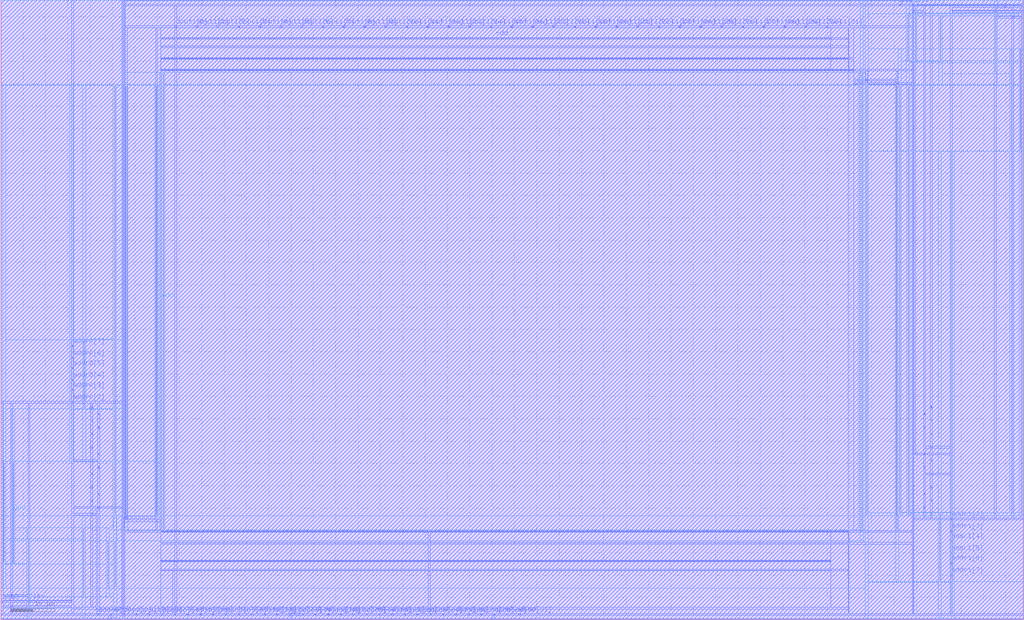
<source format=lef>
VERSION 5.4 ;
NAMESCASESENSITIVE ON ;
BUSBITCHARS "[]" ;
DIVIDERCHAR "/" ;
UNITS
  DATABASE MICRONS 2000 ;
END UNITS
MACRO Ram_256_words
   CLASS BLOCK ;
   SIZE 229.045 BY 138.785 ;
   SYMMETRY X Y R90 ;
   PIN din0[0]
      DIRECTION INPUT ;
      PORT
         LAYER metal3 ;
         RECT  27.485 1.105 27.62 1.24 ;
      END
   END din0[0]
   PIN din0[1]
      DIRECTION INPUT ;
      PORT
         LAYER metal3 ;
         RECT  30.345 1.105 30.48 1.24 ;
      END
   END din0[1]
   PIN din0[2]
      DIRECTION INPUT ;
      PORT
         LAYER metal3 ;
         RECT  33.205 1.105 33.34 1.24 ;
      END
   END din0[2]
   PIN din0[3]
      DIRECTION INPUT ;
      PORT
         LAYER metal3 ;
         RECT  36.065 1.105 36.2 1.24 ;
      END
   END din0[3]
   PIN din0[4]
      DIRECTION INPUT ;
      PORT
         LAYER metal3 ;
         RECT  38.925 1.105 39.06 1.24 ;
      END
   END din0[4]
   PIN din0[5]
      DIRECTION INPUT ;
      PORT
         LAYER metal3 ;
         RECT  41.785 1.105 41.92 1.24 ;
      END
   END din0[5]
   PIN din0[6]
      DIRECTION INPUT ;
      PORT
         LAYER metal3 ;
         RECT  44.645 1.105 44.78 1.24 ;
      END
   END din0[6]
   PIN din0[7]
      DIRECTION INPUT ;
      PORT
         LAYER metal3 ;
         RECT  47.505 1.105 47.64 1.24 ;
      END
   END din0[7]
   PIN din0[8]
      DIRECTION INPUT ;
      PORT
         LAYER metal3 ;
         RECT  50.365 1.105 50.5 1.24 ;
      END
   END din0[8]
   PIN din0[9]
      DIRECTION INPUT ;
      PORT
         LAYER metal3 ;
         RECT  53.225 1.105 53.36 1.24 ;
      END
   END din0[9]
   PIN din0[10]
      DIRECTION INPUT ;
      PORT
         LAYER metal3 ;
         RECT  56.085 1.105 56.22 1.24 ;
      END
   END din0[10]
   PIN din0[11]
      DIRECTION INPUT ;
      PORT
         LAYER metal3 ;
         RECT  58.945 1.105 59.08 1.24 ;
      END
   END din0[11]
   PIN din0[12]
      DIRECTION INPUT ;
      PORT
         LAYER metal3 ;
         RECT  61.805 1.105 61.94 1.24 ;
      END
   END din0[12]
   PIN din0[13]
      DIRECTION INPUT ;
      PORT
         LAYER metal3 ;
         RECT  64.665 1.105 64.8 1.24 ;
      END
   END din0[13]
   PIN din0[14]
      DIRECTION INPUT ;
      PORT
         LAYER metal3 ;
         RECT  67.525 1.105 67.66 1.24 ;
      END
   END din0[14]
   PIN din0[15]
      DIRECTION INPUT ;
      PORT
         LAYER metal3 ;
         RECT  70.385 1.105 70.52 1.24 ;
      END
   END din0[15]
   PIN din0[16]
      DIRECTION INPUT ;
      PORT
         LAYER metal3 ;
         RECT  73.245 1.105 73.38 1.24 ;
      END
   END din0[16]
   PIN din0[17]
      DIRECTION INPUT ;
      PORT
         LAYER metal3 ;
         RECT  76.105 1.105 76.24 1.24 ;
      END
   END din0[17]
   PIN din0[18]
      DIRECTION INPUT ;
      PORT
         LAYER metal3 ;
         RECT  78.965 1.105 79.1 1.24 ;
      END
   END din0[18]
   PIN din0[19]
      DIRECTION INPUT ;
      PORT
         LAYER metal3 ;
         RECT  81.825 1.105 81.96 1.24 ;
      END
   END din0[19]
   PIN din0[20]
      DIRECTION INPUT ;
      PORT
         LAYER metal3 ;
         RECT  84.685 1.105 84.82 1.24 ;
      END
   END din0[20]
   PIN din0[21]
      DIRECTION INPUT ;
      PORT
         LAYER metal3 ;
         RECT  87.545 1.105 87.68 1.24 ;
      END
   END din0[21]
   PIN din0[22]
      DIRECTION INPUT ;
      PORT
         LAYER metal3 ;
         RECT  90.405 1.105 90.54 1.24 ;
      END
   END din0[22]
   PIN din0[23]
      DIRECTION INPUT ;
      PORT
         LAYER metal3 ;
         RECT  93.265 1.105 93.4 1.24 ;
      END
   END din0[23]
   PIN din0[24]
      DIRECTION INPUT ;
      PORT
         LAYER metal3 ;
         RECT  96.125 1.105 96.26 1.24 ;
      END
   END din0[24]
   PIN din0[25]
      DIRECTION INPUT ;
      PORT
         LAYER metal3 ;
         RECT  98.985 1.105 99.12 1.24 ;
      END
   END din0[25]
   PIN din0[26]
      DIRECTION INPUT ;
      PORT
         LAYER metal3 ;
         RECT  101.845 1.105 101.98 1.24 ;
      END
   END din0[26]
   PIN din0[27]
      DIRECTION INPUT ;
      PORT
         LAYER metal3 ;
         RECT  104.705 1.105 104.84 1.24 ;
      END
   END din0[27]
   PIN din0[28]
      DIRECTION INPUT ;
      PORT
         LAYER metal3 ;
         RECT  107.565 1.105 107.7 1.24 ;
      END
   END din0[28]
   PIN din0[29]
      DIRECTION INPUT ;
      PORT
         LAYER metal3 ;
         RECT  110.425 1.105 110.56 1.24 ;
      END
   END din0[29]
   PIN din0[30]
      DIRECTION INPUT ;
      PORT
         LAYER metal3 ;
         RECT  113.285 1.105 113.42 1.24 ;
      END
   END din0[30]
   PIN din0[31]
      DIRECTION INPUT ;
      PORT
         LAYER metal3 ;
         RECT  116.145 1.105 116.28 1.24 ;
      END
   END din0[31]
   PIN addr0[0]
      DIRECTION INPUT ;
      PORT
         LAYER metal3 ;
         RECT  21.765 1.105 21.9 1.24 ;
      END
   END addr0[0]
   PIN addr0[1]
      DIRECTION INPUT ;
      PORT
         LAYER metal3 ;
         RECT  24.625 1.105 24.76 1.24 ;
      END
   END addr0[1]
   PIN addr0[2]
      DIRECTION INPUT ;
      PORT
         LAYER metal3 ;
         RECT  16.045 48.6 16.18 48.735 ;
      END
   END addr0[2]
   PIN addr0[3]
      DIRECTION INPUT ;
      PORT
         LAYER metal3 ;
         RECT  16.045 51.33 16.18 51.465 ;
      END
   END addr0[3]
   PIN addr0[4]
      DIRECTION INPUT ;
      PORT
         LAYER metal3 ;
         RECT  16.045 53.54 16.18 53.675 ;
      END
   END addr0[4]
   PIN addr0[5]
      DIRECTION INPUT ;
      PORT
         LAYER metal3 ;
         RECT  16.045 56.27 16.18 56.405 ;
      END
   END addr0[5]
   PIN addr0[6]
      DIRECTION INPUT ;
      PORT
         LAYER metal3 ;
         RECT  16.045 58.48 16.18 58.615 ;
      END
   END addr0[6]
   PIN addr0[7]
      DIRECTION INPUT ;
      PORT
         LAYER metal3 ;
         RECT  16.045 61.21 16.18 61.345 ;
      END
   END addr0[7]
   PIN addr1[0]
      DIRECTION INPUT ;
      PORT
         LAYER metal3 ;
         RECT  204.145 137.545 204.28 137.68 ;
      END
   END addr1[0]
   PIN addr1[1]
      DIRECTION INPUT ;
      PORT
         LAYER metal3 ;
         RECT  201.285 137.545 201.42 137.68 ;
      END
   END addr1[1]
   PIN addr1[2]
      DIRECTION INPUT ;
      PORT
         LAYER metal3 ;
         RECT  212.725 22.47 212.86 22.605 ;
      END
   END addr1[2]
   PIN addr1[3]
      DIRECTION INPUT ;
      PORT
         LAYER metal3 ;
         RECT  212.725 19.74 212.86 19.875 ;
      END
   END addr1[3]
   PIN addr1[4]
      DIRECTION INPUT ;
      PORT
         LAYER metal3 ;
         RECT  212.725 17.53 212.86 17.665 ;
      END
   END addr1[4]
   PIN addr1[5]
      DIRECTION INPUT ;
      PORT
         LAYER metal3 ;
         RECT  212.725 14.8 212.86 14.935 ;
      END
   END addr1[5]
   PIN addr1[6]
      DIRECTION INPUT ;
      PORT
         LAYER metal3 ;
         RECT  212.725 12.59 212.86 12.725 ;
      END
   END addr1[6]
   PIN addr1[7]
      DIRECTION INPUT ;
      PORT
         LAYER metal3 ;
         RECT  212.725 9.86 212.86 9.995 ;
      END
   END addr1[7]
   PIN csb0
      DIRECTION INPUT ;
      PORT
         LAYER metal3 ;
         RECT  0.285 4.01 0.42 4.145 ;
      END
   END csb0
   PIN csb1
      DIRECTION INPUT ;
      PORT
         LAYER metal3 ;
         RECT  228.625 136.17 228.76 136.305 ;
      END
   END csb1
   PIN clk0
      DIRECTION INPUT ;
      PORT
         LAYER metal3 ;
         RECT  6.2475 4.095 6.3825 4.23 ;
      END
   END clk0
   PIN clk1
      DIRECTION INPUT ;
      PORT
         LAYER metal3 ;
         RECT  222.5225 136.085 222.6575 136.22 ;
      END
   END clk1
   PIN dout1[0]
      DIRECTION OUTPUT ;
      PORT
         LAYER metal3 ;
         RECT  39.1225 132.6775 39.2575 132.8125 ;
      END
   END dout1[0]
   PIN dout1[1]
      DIRECTION OUTPUT ;
      PORT
         LAYER metal3 ;
         RECT  43.8225 132.6775 43.9575 132.8125 ;
      END
   END dout1[1]
   PIN dout1[2]
      DIRECTION OUTPUT ;
      PORT
         LAYER metal3 ;
         RECT  48.5225 132.6775 48.6575 132.8125 ;
      END
   END dout1[2]
   PIN dout1[3]
      DIRECTION OUTPUT ;
      PORT
         LAYER metal3 ;
         RECT  53.2225 132.6775 53.3575 132.8125 ;
      END
   END dout1[3]
   PIN dout1[4]
      DIRECTION OUTPUT ;
      PORT
         LAYER metal3 ;
         RECT  57.9225 132.6775 58.0575 132.8125 ;
      END
   END dout1[4]
   PIN dout1[5]
      DIRECTION OUTPUT ;
      PORT
         LAYER metal3 ;
         RECT  62.6225 132.6775 62.7575 132.8125 ;
      END
   END dout1[5]
   PIN dout1[6]
      DIRECTION OUTPUT ;
      PORT
         LAYER metal3 ;
         RECT  67.3225 132.6775 67.4575 132.8125 ;
      END
   END dout1[6]
   PIN dout1[7]
      DIRECTION OUTPUT ;
      PORT
         LAYER metal3 ;
         RECT  72.0225 132.6775 72.1575 132.8125 ;
      END
   END dout1[7]
   PIN dout1[8]
      DIRECTION OUTPUT ;
      PORT
         LAYER metal3 ;
         RECT  76.7225 132.6775 76.8575 132.8125 ;
      END
   END dout1[8]
   PIN dout1[9]
      DIRECTION OUTPUT ;
      PORT
         LAYER metal3 ;
         RECT  81.4225 132.6775 81.5575 132.8125 ;
      END
   END dout1[9]
   PIN dout1[10]
      DIRECTION OUTPUT ;
      PORT
         LAYER metal3 ;
         RECT  86.1225 132.6775 86.2575 132.8125 ;
      END
   END dout1[10]
   PIN dout1[11]
      DIRECTION OUTPUT ;
      PORT
         LAYER metal3 ;
         RECT  90.8225 132.6775 90.9575 132.8125 ;
      END
   END dout1[11]
   PIN dout1[12]
      DIRECTION OUTPUT ;
      PORT
         LAYER metal3 ;
         RECT  95.5225 132.6775 95.6575 132.8125 ;
      END
   END dout1[12]
   PIN dout1[13]
      DIRECTION OUTPUT ;
      PORT
         LAYER metal3 ;
         RECT  100.2225 132.6775 100.3575 132.8125 ;
      END
   END dout1[13]
   PIN dout1[14]
      DIRECTION OUTPUT ;
      PORT
         LAYER metal3 ;
         RECT  104.9225 132.6775 105.0575 132.8125 ;
      END
   END dout1[14]
   PIN dout1[15]
      DIRECTION OUTPUT ;
      PORT
         LAYER metal3 ;
         RECT  109.6225 132.6775 109.7575 132.8125 ;
      END
   END dout1[15]
   PIN dout1[16]
      DIRECTION OUTPUT ;
      PORT
         LAYER metal3 ;
         RECT  114.3225 132.6775 114.4575 132.8125 ;
      END
   END dout1[16]
   PIN dout1[17]
      DIRECTION OUTPUT ;
      PORT
         LAYER metal3 ;
         RECT  119.0225 132.6775 119.1575 132.8125 ;
      END
   END dout1[17]
   PIN dout1[18]
      DIRECTION OUTPUT ;
      PORT
         LAYER metal3 ;
         RECT  123.7225 132.6775 123.8575 132.8125 ;
      END
   END dout1[18]
   PIN dout1[19]
      DIRECTION OUTPUT ;
      PORT
         LAYER metal3 ;
         RECT  128.4225 132.6775 128.5575 132.8125 ;
      END
   END dout1[19]
   PIN dout1[20]
      DIRECTION OUTPUT ;
      PORT
         LAYER metal3 ;
         RECT  133.1225 132.6775 133.2575 132.8125 ;
      END
   END dout1[20]
   PIN dout1[21]
      DIRECTION OUTPUT ;
      PORT
         LAYER metal3 ;
         RECT  137.8225 132.6775 137.9575 132.8125 ;
      END
   END dout1[21]
   PIN dout1[22]
      DIRECTION OUTPUT ;
      PORT
         LAYER metal3 ;
         RECT  142.5225 132.6775 142.6575 132.8125 ;
      END
   END dout1[22]
   PIN dout1[23]
      DIRECTION OUTPUT ;
      PORT
         LAYER metal3 ;
         RECT  147.2225 132.6775 147.3575 132.8125 ;
      END
   END dout1[23]
   PIN dout1[24]
      DIRECTION OUTPUT ;
      PORT
         LAYER metal3 ;
         RECT  151.9225 132.6775 152.0575 132.8125 ;
      END
   END dout1[24]
   PIN dout1[25]
      DIRECTION OUTPUT ;
      PORT
         LAYER metal3 ;
         RECT  156.6225 132.6775 156.7575 132.8125 ;
      END
   END dout1[25]
   PIN dout1[26]
      DIRECTION OUTPUT ;
      PORT
         LAYER metal3 ;
         RECT  161.3225 132.6775 161.4575 132.8125 ;
      END
   END dout1[26]
   PIN dout1[27]
      DIRECTION OUTPUT ;
      PORT
         LAYER metal3 ;
         RECT  166.0225 132.6775 166.1575 132.8125 ;
      END
   END dout1[27]
   PIN dout1[28]
      DIRECTION OUTPUT ;
      PORT
         LAYER metal3 ;
         RECT  170.7225 132.6775 170.8575 132.8125 ;
      END
   END dout1[28]
   PIN dout1[29]
      DIRECTION OUTPUT ;
      PORT
         LAYER metal3 ;
         RECT  175.4225 132.6775 175.5575 132.8125 ;
      END
   END dout1[29]
   PIN dout1[30]
      DIRECTION OUTPUT ;
      PORT
         LAYER metal3 ;
         RECT  180.1225 132.6775 180.2575 132.8125 ;
      END
   END dout1[30]
   PIN dout1[31]
      DIRECTION OUTPUT ;
      PORT
         LAYER metal3 ;
         RECT  184.8225 132.6775 184.9575 132.8125 ;
      END
   END dout1[31]
   PIN vdd
      DIRECTION INOUT ;
      USE POWER ; 
      SHAPE ABUTMENT ; 
      PORT
         LAYER metal3 ;
         RECT  21.8625 25.07 21.9975 25.205 ;
         LAYER metal3 ;
         RECT  35.9375 19.7075 189.6225 19.7775 ;
         LAYER metal3 ;
         RECT  35.9375 123.0075 190.7975 123.0775 ;
         LAYER metal3 ;
         RECT  21.8625 34.04 21.9975 34.175 ;
         LAYER metal3 ;
         RECT  200.54 119.9625 200.675 120.0975 ;
         LAYER metal3 ;
         RECT  34.7925 22.08 34.9275 22.215 ;
         LAYER metal3 ;
         RECT  95.8425 2.47 95.9775 2.605 ;
         LAYER metal4 ;
         RECT  193.78 23.5725 193.92 119.3925 ;
         LAYER metal4 ;
         RECT  228.2175 105.1625 228.3575 127.565 ;
         LAYER metal3 ;
         RECT  206.7125 37.03 206.8475 37.165 ;
         LAYER metal3 ;
         RECT  50.0825 2.47 50.2175 2.605 ;
         LAYER metal3 ;
         RECT  206.7125 34.04 206.8475 34.175 ;
         LAYER metal4 ;
         RECT  25.57 7.365 25.71 17.385 ;
         LAYER metal4 ;
         RECT  213.005 8.7525 213.145 23.7125 ;
         LAYER metal3 ;
         RECT  204.4275 136.18 204.5625 136.315 ;
         LAYER metal3 ;
         RECT  2.425 5.375 2.56 5.51 ;
         LAYER metal3 ;
         RECT  206.7125 43.01 206.8475 43.145 ;
         LAYER metal3 ;
         RECT  27.2025 2.47 27.3375 2.605 ;
         LAYER metal4 ;
         RECT  34.79 23.5725 34.93 119.3925 ;
         LAYER metal3 ;
         RECT  226.485 134.805 226.62 134.94 ;
         LAYER metal3 ;
         RECT  72.9625 2.47 73.0975 2.605 ;
         LAYER metal3 ;
         RECT  28.035 22.8675 28.17 23.0025 ;
         LAYER metal3 ;
         RECT  84.4025 2.47 84.5375 2.605 ;
         LAYER metal4 ;
         RECT  201.155 23.5725 201.295 119.4625 ;
         LAYER metal3 ;
         RECT  21.8625 37.03 21.9975 37.165 ;
         LAYER metal3 ;
         RECT  21.4825 2.47 21.6175 2.605 ;
         LAYER metal4 ;
         RECT  0.6875 12.75 0.8275 35.1525 ;
         LAYER metal3 ;
         RECT  61.5225 2.47 61.6575 2.605 ;
         LAYER metal3 ;
         RECT  193.7825 120.75 193.9175 120.885 ;
         LAYER metal3 ;
         RECT  35.9375 11.0575 185.6275 11.1275 ;
         LAYER metal3 ;
         RECT  21.8625 43.01 21.9975 43.145 ;
         LAYER metal3 ;
         RECT  206.7125 28.06 206.8475 28.195 ;
         LAYER metal4 ;
         RECT  27.415 23.5725 27.555 119.4625 ;
         LAYER metal3 ;
         RECT  21.8625 28.06 21.9975 28.195 ;
         LAYER metal4 ;
         RECT  203.0 125.4 203.14 135.42 ;
         LAYER metal3 ;
         RECT  21.8625 46.0 21.9975 46.135 ;
         LAYER metal4 ;
         RECT  18.48 5.3725 18.62 20.3325 ;
         LAYER metal3 ;
         RECT  206.7125 46.0 206.8475 46.135 ;
         LAYER metal4 ;
         RECT  192.7 20.4025 192.84 122.3125 ;
         LAYER metal4 ;
         RECT  210.285 124.9225 210.425 134.9425 ;
         LAYER metal3 ;
         RECT  206.7125 25.07 206.8475 25.205 ;
         LAYER metal4 ;
         RECT  15.76 47.4925 15.9 62.4525 ;
         LAYER metal3 ;
         RECT  107.2825 2.47 107.4175 2.605 ;
         LAYER metal3 ;
         RECT  38.6425 2.47 38.7775 2.605 ;
         LAYER metal3 ;
         RECT  35.9375 130.12 185.6275 130.19 ;
         LAYER metal4 ;
         RECT  35.87 20.4025 36.01 122.3125 ;
      END
   END vdd
   PIN gnd
      DIRECTION INOUT ;
      USE GROUND ; 
      SHAPE ABUTMENT ; 
      PORT
         LAYER metal4 ;
         RECT  192.24 20.4025 192.38 122.3125 ;
         LAYER metal3 ;
         RECT  20.335 35.535 20.47 35.67 ;
         LAYER metal4 ;
         RECT  25.48 23.54 25.62 119.4625 ;
         LAYER metal3 ;
         RECT  208.24 38.525 208.375 38.66 ;
         LAYER metal4 ;
         RECT  226.155 105.13 226.295 127.5325 ;
         LAYER metal3 ;
         RECT  110.1425 0.0 110.2775 0.135 ;
         LAYER metal3 ;
         RECT  208.24 47.495 208.375 47.63 ;
         LAYER metal3 ;
         RECT  208.24 32.545 208.375 32.68 ;
         LAYER metal3 ;
         RECT  35.9375 13.1075 185.6275 13.1775 ;
         LAYER metal4 ;
         RECT  18.62 47.4275 18.76 62.5175 ;
         LAYER metal3 ;
         RECT  30.0625 0.0 30.1975 0.135 ;
         LAYER metal3 ;
         RECT  87.2625 0.0 87.3975 0.135 ;
         LAYER metal3 ;
         RECT  41.5025 0.0 41.6375 0.135 ;
         LAYER metal3 ;
         RECT  208.24 35.535 208.375 35.67 ;
         LAYER metal3 ;
         RECT  20.335 47.495 20.47 47.63 ;
         LAYER metal4 ;
         RECT  204.6625 125.3325 204.8025 135.4875 ;
         LAYER metal3 ;
         RECT  98.7025 0.0 98.8375 0.135 ;
         LAYER metal3 ;
         RECT  208.24 26.565 208.375 26.7 ;
         LAYER metal3 ;
         RECT  24.3425 0.0 24.4775 0.135 ;
         LAYER metal4 ;
         RECT  210.145 8.6875 210.285 23.7775 ;
         LAYER metal3 ;
         RECT  35.9375 128.2275 185.6625 128.2975 ;
         LAYER metal3 ;
         RECT  20.335 32.545 20.47 32.68 ;
         LAYER metal3 ;
         RECT  208.24 23.575 208.375 23.71 ;
         LAYER metal3 ;
         RECT  20.335 38.525 20.47 38.66 ;
         LAYER metal3 ;
         RECT  208.24 29.555 208.375 29.69 ;
         LAYER metal3 ;
         RECT  75.8225 0.0 75.9575 0.135 ;
         LAYER metal3 ;
         RECT  20.335 29.555 20.47 29.69 ;
         LAYER metal3 ;
         RECT  201.5675 138.65 201.7025 138.785 ;
         LAYER metal3 ;
         RECT  208.24 41.515 208.375 41.65 ;
         LAYER metal4 ;
         RECT  200.595 23.54 200.735 119.425 ;
         LAYER metal3 ;
         RECT  35.9375 125.6275 189.655 125.6975 ;
         LAYER metal4 ;
         RECT  36.33 20.4025 36.47 122.3125 ;
         LAYER metal3 ;
         RECT  2.425 2.905 2.56 3.04 ;
         LAYER metal3 ;
         RECT  52.9425 0.0 53.0775 0.135 ;
         LAYER metal3 ;
         RECT  20.335 44.505 20.47 44.64 ;
         LAYER metal4 ;
         RECT  27.975 23.54 28.115 119.425 ;
         LAYER metal4 ;
         RECT  222.66 122.4525 222.8 137.4125 ;
         LAYER metal4 ;
         RECT  203.09 23.54 203.23 119.4625 ;
         LAYER metal4 ;
         RECT  23.9075 7.2975 24.0475 17.4525 ;
         LAYER metal4 ;
         RECT  6.105 2.9025 6.245 17.8625 ;
         LAYER metal3 ;
         RECT  20.335 41.515 20.47 41.65 ;
         LAYER metal3 ;
         RECT  208.24 44.505 208.375 44.64 ;
         LAYER metal3 ;
         RECT  35.9375 17.0875 189.655 17.1575 ;
         LAYER metal4 ;
         RECT  2.75 12.7825 2.89 35.185 ;
         LAYER metal3 ;
         RECT  226.485 137.275 226.62 137.41 ;
         LAYER metal3 ;
         RECT  20.335 23.575 20.47 23.71 ;
         LAYER metal3 ;
         RECT  20.335 26.565 20.47 26.7 ;
         LAYER metal3 ;
         RECT  64.3825 0.0 64.5175 0.135 ;
      END
   END gnd
   OBS
   LAYER  metal1 ;
      RECT  0.14 0.14 228.905 138.645 ;
   LAYER  metal2 ;
      RECT  0.14 0.14 228.905 138.645 ;
   LAYER  metal3 ;
      RECT  27.345 0.14 27.76 0.965 ;
      RECT  27.76 0.965 30.205 1.38 ;
      RECT  30.62 0.965 33.065 1.38 ;
      RECT  33.48 0.965 35.925 1.38 ;
      RECT  36.34 0.965 38.785 1.38 ;
      RECT  39.2 0.965 41.645 1.38 ;
      RECT  42.06 0.965 44.505 1.38 ;
      RECT  44.92 0.965 47.365 1.38 ;
      RECT  47.78 0.965 50.225 1.38 ;
      RECT  50.64 0.965 53.085 1.38 ;
      RECT  53.5 0.965 55.945 1.38 ;
      RECT  56.36 0.965 58.805 1.38 ;
      RECT  59.22 0.965 61.665 1.38 ;
      RECT  62.08 0.965 64.525 1.38 ;
      RECT  64.94 0.965 67.385 1.38 ;
      RECT  67.8 0.965 70.245 1.38 ;
      RECT  70.66 0.965 73.105 1.38 ;
      RECT  73.52 0.965 75.965 1.38 ;
      RECT  76.38 0.965 78.825 1.38 ;
      RECT  79.24 0.965 81.685 1.38 ;
      RECT  82.1 0.965 84.545 1.38 ;
      RECT  84.96 0.965 87.405 1.38 ;
      RECT  87.82 0.965 90.265 1.38 ;
      RECT  90.68 0.965 93.125 1.38 ;
      RECT  93.54 0.965 95.985 1.38 ;
      RECT  96.4 0.965 98.845 1.38 ;
      RECT  99.26 0.965 101.705 1.38 ;
      RECT  102.12 0.965 104.565 1.38 ;
      RECT  104.98 0.965 107.425 1.38 ;
      RECT  107.84 0.965 110.285 1.38 ;
      RECT  110.7 0.965 113.145 1.38 ;
      RECT  113.56 0.965 116.005 1.38 ;
      RECT  116.42 0.965 228.905 1.38 ;
      RECT  0.14 0.965 21.625 1.38 ;
      RECT  22.04 0.965 24.485 1.38 ;
      RECT  24.9 0.965 27.345 1.38 ;
      RECT  0.14 48.46 15.905 48.875 ;
      RECT  0.14 48.875 15.905 138.645 ;
      RECT  15.905 1.38 16.32 48.46 ;
      RECT  16.32 48.46 27.345 48.875 ;
      RECT  16.32 48.875 27.345 138.645 ;
      RECT  15.905 48.875 16.32 51.19 ;
      RECT  15.905 51.605 16.32 53.4 ;
      RECT  15.905 53.815 16.32 56.13 ;
      RECT  15.905 56.545 16.32 58.34 ;
      RECT  15.905 58.755 16.32 61.07 ;
      RECT  15.905 61.485 16.32 138.645 ;
      RECT  204.005 137.82 204.42 138.645 ;
      RECT  204.42 137.82 228.905 138.645 ;
      RECT  27.76 137.405 201.145 137.82 ;
      RECT  201.56 137.405 204.005 137.82 ;
      RECT  204.42 1.38 212.585 22.33 ;
      RECT  204.42 22.33 212.585 22.745 ;
      RECT  212.585 22.745 213.0 137.405 ;
      RECT  213.0 1.38 228.905 22.33 ;
      RECT  213.0 22.33 228.905 22.745 ;
      RECT  212.585 20.015 213.0 22.33 ;
      RECT  212.585 17.805 213.0 19.6 ;
      RECT  212.585 15.075 213.0 17.39 ;
      RECT  212.585 12.865 213.0 14.66 ;
      RECT  212.585 1.38 213.0 9.72 ;
      RECT  212.585 10.135 213.0 12.45 ;
      RECT  0.14 1.38 0.145 3.87 ;
      RECT  0.14 3.87 0.145 4.285 ;
      RECT  0.14 4.285 0.145 48.46 ;
      RECT  0.145 1.38 0.56 3.87 ;
      RECT  0.145 4.285 0.56 48.46 ;
      RECT  228.485 22.745 228.9 136.03 ;
      RECT  228.485 136.445 228.9 137.405 ;
      RECT  228.9 22.745 228.905 136.03 ;
      RECT  228.9 136.03 228.905 136.445 ;
      RECT  228.9 136.445 228.905 137.405 ;
      RECT  0.56 3.87 6.1075 3.955 ;
      RECT  0.56 3.955 6.1075 4.285 ;
      RECT  6.1075 3.87 6.5225 3.955 ;
      RECT  6.5225 3.87 15.905 3.955 ;
      RECT  6.5225 3.955 15.905 4.285 ;
      RECT  0.56 4.285 6.1075 4.37 ;
      RECT  6.1075 4.37 6.5225 48.46 ;
      RECT  6.5225 4.285 15.905 4.37 ;
      RECT  6.5225 4.37 15.905 48.46 ;
      RECT  213.0 22.745 222.3825 135.945 ;
      RECT  213.0 135.945 222.3825 136.03 ;
      RECT  222.3825 22.745 222.7975 135.945 ;
      RECT  222.7975 135.945 228.485 136.03 ;
      RECT  213.0 136.03 222.3825 136.36 ;
      RECT  213.0 136.36 222.3825 136.445 ;
      RECT  222.3825 136.36 222.7975 136.445 ;
      RECT  222.7975 136.03 228.485 136.36 ;
      RECT  222.7975 136.36 228.485 136.445 ;
      RECT  27.76 132.5375 38.9825 132.9525 ;
      RECT  27.76 132.9525 38.9825 137.405 ;
      RECT  38.9825 132.9525 39.3975 137.405 ;
      RECT  39.3975 132.9525 204.005 137.405 ;
      RECT  39.3975 132.5375 43.6825 132.9525 ;
      RECT  44.0975 132.5375 48.3825 132.9525 ;
      RECT  48.7975 132.5375 53.0825 132.9525 ;
      RECT  53.4975 132.5375 57.7825 132.9525 ;
      RECT  58.1975 132.5375 62.4825 132.9525 ;
      RECT  62.8975 132.5375 67.1825 132.9525 ;
      RECT  67.5975 132.5375 71.8825 132.9525 ;
      RECT  72.2975 132.5375 76.5825 132.9525 ;
      RECT  76.9975 132.5375 81.2825 132.9525 ;
      RECT  81.6975 132.5375 85.9825 132.9525 ;
      RECT  86.3975 132.5375 90.6825 132.9525 ;
      RECT  91.0975 132.5375 95.3825 132.9525 ;
      RECT  95.7975 132.5375 100.0825 132.9525 ;
      RECT  100.4975 132.5375 104.7825 132.9525 ;
      RECT  105.1975 132.5375 109.4825 132.9525 ;
      RECT  109.8975 132.5375 114.1825 132.9525 ;
      RECT  114.5975 132.5375 118.8825 132.9525 ;
      RECT  119.2975 132.5375 123.5825 132.9525 ;
      RECT  123.9975 132.5375 128.2825 132.9525 ;
      RECT  128.6975 132.5375 132.9825 132.9525 ;
      RECT  133.3975 132.5375 137.6825 132.9525 ;
      RECT  138.0975 132.5375 142.3825 132.9525 ;
      RECT  142.7975 132.5375 147.0825 132.9525 ;
      RECT  147.4975 132.5375 151.7825 132.9525 ;
      RECT  152.1975 132.5375 156.4825 132.9525 ;
      RECT  156.8975 132.5375 161.1825 132.9525 ;
      RECT  161.5975 132.5375 165.8825 132.9525 ;
      RECT  166.2975 132.5375 170.5825 132.9525 ;
      RECT  170.9975 132.5375 175.2825 132.9525 ;
      RECT  175.6975 132.5375 179.9825 132.9525 ;
      RECT  180.3975 132.5375 184.6825 132.9525 ;
      RECT  185.0975 132.5375 204.005 132.9525 ;
      RECT  16.32 24.93 21.7225 25.345 ;
      RECT  22.1375 24.93 27.345 25.345 ;
      RECT  22.1375 25.345 27.345 48.46 ;
      RECT  27.76 1.38 35.7975 19.5675 ;
      RECT  27.76 19.5675 35.7975 19.9175 ;
      RECT  189.7625 19.5675 204.005 19.9175 ;
      RECT  35.7975 19.9175 38.9825 122.8675 ;
      RECT  38.9825 19.9175 39.3975 122.8675 ;
      RECT  39.3975 19.9175 189.7625 122.8675 ;
      RECT  189.7625 19.9175 190.9375 122.8675 ;
      RECT  190.9375 122.8675 204.005 123.2175 ;
      RECT  190.9375 123.2175 204.005 132.5375 ;
      RECT  190.9375 19.9175 200.4 119.8225 ;
      RECT  190.9375 119.8225 200.4 120.2375 ;
      RECT  200.4 19.9175 200.815 119.8225 ;
      RECT  200.4 120.2375 200.815 122.8675 ;
      RECT  200.815 19.9175 204.005 119.8225 ;
      RECT  200.815 119.8225 204.005 120.2375 ;
      RECT  200.815 120.2375 204.005 122.8675 ;
      RECT  27.76 19.9175 34.6525 21.94 ;
      RECT  27.76 21.94 34.6525 22.355 ;
      RECT  34.6525 19.9175 35.0675 21.94 ;
      RECT  34.6525 22.355 35.0675 132.5375 ;
      RECT  35.0675 19.9175 35.7975 21.94 ;
      RECT  35.0675 21.94 35.7975 22.355 ;
      RECT  35.0675 22.355 35.7975 132.5375 ;
      RECT  39.3975 1.38 95.7025 2.33 ;
      RECT  95.7025 1.38 96.1175 2.33 ;
      RECT  96.1175 1.38 189.7625 2.33 ;
      RECT  204.42 22.745 206.5725 36.89 ;
      RECT  204.42 36.89 206.5725 37.305 ;
      RECT  206.9875 36.89 212.585 37.305 ;
      RECT  39.3975 2.33 49.9425 2.745 ;
      RECT  206.5725 34.315 206.9875 36.89 ;
      RECT  204.005 1.38 204.2875 136.04 ;
      RECT  204.005 136.04 204.2875 136.455 ;
      RECT  204.005 136.455 204.2875 137.405 ;
      RECT  204.2875 1.38 204.42 136.04 ;
      RECT  204.2875 136.455 204.42 137.405 ;
      RECT  204.42 37.305 204.7025 136.04 ;
      RECT  204.42 136.455 204.7025 137.405 ;
      RECT  204.7025 37.305 206.5725 136.04 ;
      RECT  204.7025 136.04 206.5725 136.455 ;
      RECT  204.7025 136.455 206.5725 137.405 ;
      RECT  0.56 4.37 2.285 5.235 ;
      RECT  0.56 5.235 2.285 5.65 ;
      RECT  0.56 5.65 2.285 48.46 ;
      RECT  2.285 4.37 2.7 5.235 ;
      RECT  2.285 5.65 2.7 48.46 ;
      RECT  2.7 4.37 6.1075 5.235 ;
      RECT  2.7 5.235 6.1075 5.65 ;
      RECT  2.7 5.65 6.1075 48.46 ;
      RECT  206.5725 37.305 206.9875 42.87 ;
      RECT  27.345 1.38 27.4775 2.33 ;
      RECT  27.345 2.745 27.4775 138.645 ;
      RECT  27.4775 1.38 27.76 2.33 ;
      RECT  27.4775 2.33 27.76 2.745 ;
      RECT  27.4775 2.745 27.76 138.645 ;
      RECT  22.1375 1.38 27.0625 2.33 ;
      RECT  22.1375 2.33 27.0625 2.745 ;
      RECT  22.1375 2.745 27.0625 24.93 ;
      RECT  27.0625 1.38 27.345 2.33 ;
      RECT  27.0625 2.745 27.345 24.93 ;
      RECT  222.7975 22.745 226.345 134.665 ;
      RECT  222.7975 134.665 226.345 135.08 ;
      RECT  222.7975 135.08 226.345 135.945 ;
      RECT  226.345 22.745 226.76 134.665 ;
      RECT  226.345 135.08 226.76 135.945 ;
      RECT  226.76 22.745 228.485 134.665 ;
      RECT  226.76 134.665 228.485 135.08 ;
      RECT  226.76 135.08 228.485 135.945 ;
      RECT  27.76 22.355 27.895 22.7275 ;
      RECT  27.76 22.7275 27.895 23.1425 ;
      RECT  27.76 23.1425 27.895 132.5375 ;
      RECT  27.895 22.355 28.31 22.7275 ;
      RECT  27.895 23.1425 28.31 132.5375 ;
      RECT  28.31 22.355 34.6525 22.7275 ;
      RECT  28.31 22.7275 34.6525 23.1425 ;
      RECT  28.31 23.1425 34.6525 132.5375 ;
      RECT  73.2375 2.33 84.2625 2.745 ;
      RECT  84.6775 2.33 95.7025 2.745 ;
      RECT  21.7225 34.315 22.1375 36.89 ;
      RECT  16.32 1.38 21.3425 2.33 ;
      RECT  16.32 2.33 21.3425 2.745 ;
      RECT  21.3425 1.38 21.7225 2.33 ;
      RECT  21.3425 2.745 21.7225 24.93 ;
      RECT  21.7225 1.38 21.7575 2.33 ;
      RECT  21.7225 2.745 21.7575 24.93 ;
      RECT  21.7575 1.38 22.1375 2.33 ;
      RECT  21.7575 2.33 22.1375 2.745 ;
      RECT  21.7575 2.745 22.1375 24.93 ;
      RECT  50.3575 2.33 61.3825 2.745 ;
      RECT  61.7975 2.33 72.8225 2.745 ;
      RECT  190.9375 120.2375 193.6425 120.61 ;
      RECT  190.9375 120.61 193.6425 121.025 ;
      RECT  190.9375 121.025 193.6425 122.8675 ;
      RECT  193.6425 120.2375 194.0575 120.61 ;
      RECT  193.6425 121.025 194.0575 122.8675 ;
      RECT  194.0575 120.2375 200.4 120.61 ;
      RECT  194.0575 120.61 200.4 121.025 ;
      RECT  194.0575 121.025 200.4 122.8675 ;
      RECT  38.9825 1.38 39.3975 10.9175 ;
      RECT  39.3975 2.745 95.7025 10.9175 ;
      RECT  95.7025 2.745 96.1175 10.9175 ;
      RECT  96.1175 2.745 185.7675 10.9175 ;
      RECT  185.7675 2.745 189.7625 10.9175 ;
      RECT  185.7675 10.9175 189.7625 11.2675 ;
      RECT  21.7225 37.305 22.1375 42.87 ;
      RECT  206.5725 28.335 206.9875 33.9 ;
      RECT  21.7225 25.345 22.1375 27.92 ;
      RECT  21.7225 28.335 22.1375 33.9 ;
      RECT  21.7225 43.285 22.1375 45.86 ;
      RECT  21.7225 46.275 22.1375 48.46 ;
      RECT  206.5725 43.285 206.9875 45.86 ;
      RECT  206.5725 46.275 206.9875 137.405 ;
      RECT  206.5725 22.745 206.9875 24.93 ;
      RECT  206.5725 25.345 206.9875 27.92 ;
      RECT  96.1175 2.33 107.1425 2.745 ;
      RECT  107.5575 2.33 189.7625 2.745 ;
      RECT  35.7975 1.38 38.5025 2.33 ;
      RECT  35.7975 2.33 38.5025 2.745 ;
      RECT  35.7975 2.745 38.5025 10.9175 ;
      RECT  38.5025 1.38 38.9175 2.33 ;
      RECT  38.5025 2.745 38.9175 10.9175 ;
      RECT  38.9175 1.38 38.9825 2.33 ;
      RECT  38.9175 2.33 38.9825 2.745 ;
      RECT  38.9175 2.745 38.9825 10.9175 ;
      RECT  35.7975 130.33 38.9825 132.5375 ;
      RECT  38.9825 130.33 39.3975 132.5375 ;
      RECT  39.3975 130.33 185.7675 132.5375 ;
      RECT  185.7675 129.98 189.7625 130.33 ;
      RECT  185.7675 130.33 189.7625 132.5375 ;
      RECT  16.32 25.345 20.195 35.395 ;
      RECT  16.32 35.395 20.195 35.81 ;
      RECT  16.32 35.81 20.195 48.46 ;
      RECT  20.61 25.345 21.7225 35.395 ;
      RECT  20.61 35.395 21.7225 35.81 ;
      RECT  20.61 35.81 21.7225 48.46 ;
      RECT  206.9875 37.305 208.1 38.385 ;
      RECT  206.9875 38.385 208.1 38.8 ;
      RECT  206.9875 38.8 208.1 137.405 ;
      RECT  208.1 37.305 208.515 38.385 ;
      RECT  208.515 37.305 212.585 38.385 ;
      RECT  208.515 38.385 212.585 38.8 ;
      RECT  208.515 38.8 212.585 137.405 ;
      RECT  27.76 0.275 110.0025 0.965 ;
      RECT  110.0025 0.275 110.4175 0.965 ;
      RECT  110.4175 0.14 228.905 0.275 ;
      RECT  110.4175 0.275 228.905 0.965 ;
      RECT  208.1 47.77 208.515 137.405 ;
      RECT  206.9875 22.745 208.1 32.405 ;
      RECT  206.9875 32.405 208.1 32.82 ;
      RECT  206.9875 32.82 208.1 36.89 ;
      RECT  208.515 22.745 212.585 32.405 ;
      RECT  208.515 32.405 212.585 32.82 ;
      RECT  208.515 32.82 212.585 36.89 ;
      RECT  35.7975 11.2675 38.9825 12.9675 ;
      RECT  38.9825 11.2675 39.3975 12.9675 ;
      RECT  39.3975 11.2675 95.7025 12.9675 ;
      RECT  95.7025 11.2675 96.1175 12.9675 ;
      RECT  96.1175 11.2675 185.7675 12.9675 ;
      RECT  27.76 0.14 29.9225 0.275 ;
      RECT  30.3375 0.14 41.3625 0.275 ;
      RECT  208.1 32.82 208.515 35.395 ;
      RECT  208.1 35.81 208.515 36.89 ;
      RECT  20.195 47.77 20.61 48.46 ;
      RECT  87.5375 0.14 98.5625 0.275 ;
      RECT  98.9775 0.14 110.0025 0.275 ;
      RECT  0.14 0.14 24.2025 0.275 ;
      RECT  0.14 0.275 24.2025 0.965 ;
      RECT  24.2025 0.275 24.6175 0.965 ;
      RECT  24.6175 0.14 27.345 0.275 ;
      RECT  24.6175 0.275 27.345 0.965 ;
      RECT  35.7975 128.4375 38.9825 129.98 ;
      RECT  38.9825 128.4375 39.3975 129.98 ;
      RECT  39.3975 128.4375 185.7675 129.98 ;
      RECT  185.7675 128.4375 185.8025 129.98 ;
      RECT  185.8025 128.0875 189.7625 128.4375 ;
      RECT  185.8025 128.4375 189.7625 129.98 ;
      RECT  20.195 32.82 20.61 35.395 ;
      RECT  208.1 22.745 208.515 23.435 ;
      RECT  208.1 23.85 208.515 26.425 ;
      RECT  20.195 35.81 20.61 38.385 ;
      RECT  208.1 26.84 208.515 29.415 ;
      RECT  208.1 29.83 208.515 32.405 ;
      RECT  76.0975 0.14 87.1225 0.275 ;
      RECT  20.195 29.83 20.61 32.405 ;
      RECT  27.76 137.82 201.4275 138.51 ;
      RECT  27.76 138.51 201.4275 138.645 ;
      RECT  201.4275 137.82 201.8425 138.51 ;
      RECT  201.8425 137.82 204.005 138.51 ;
      RECT  201.8425 138.51 204.005 138.645 ;
      RECT  208.1 38.8 208.515 41.375 ;
      RECT  189.7625 123.2175 189.795 125.4875 ;
      RECT  189.7625 125.8375 189.795 132.5375 ;
      RECT  189.795 123.2175 190.9375 125.4875 ;
      RECT  189.795 125.4875 190.9375 125.8375 ;
      RECT  189.795 125.8375 190.9375 132.5375 ;
      RECT  35.7975 123.2175 38.9825 125.4875 ;
      RECT  35.7975 125.8375 38.9825 128.0875 ;
      RECT  38.9825 123.2175 39.3975 125.4875 ;
      RECT  38.9825 125.8375 39.3975 128.0875 ;
      RECT  39.3975 123.2175 185.7675 125.4875 ;
      RECT  39.3975 125.8375 185.7675 128.0875 ;
      RECT  185.7675 123.2175 185.8025 125.4875 ;
      RECT  185.7675 125.8375 185.8025 128.0875 ;
      RECT  185.8025 123.2175 189.7625 125.4875 ;
      RECT  185.8025 125.8375 189.7625 128.0875 ;
      RECT  0.56 1.38 2.285 2.765 ;
      RECT  0.56 2.765 2.285 3.18 ;
      RECT  0.56 3.18 2.285 3.87 ;
      RECT  2.285 1.38 2.7 2.765 ;
      RECT  2.285 3.18 2.7 3.87 ;
      RECT  2.7 1.38 15.905 2.765 ;
      RECT  2.7 2.765 15.905 3.18 ;
      RECT  2.7 3.18 15.905 3.87 ;
      RECT  41.7775 0.14 52.8025 0.275 ;
      RECT  20.195 44.78 20.61 47.355 ;
      RECT  20.195 38.8 20.61 41.375 ;
      RECT  20.195 41.79 20.61 44.365 ;
      RECT  208.1 41.79 208.515 44.365 ;
      RECT  208.1 44.78 208.515 47.355 ;
      RECT  189.7625 1.38 189.795 16.9475 ;
      RECT  189.7625 17.2975 189.795 19.5675 ;
      RECT  189.795 1.38 204.005 16.9475 ;
      RECT  189.795 16.9475 204.005 17.2975 ;
      RECT  189.795 17.2975 204.005 19.5675 ;
      RECT  185.7675 11.2675 189.7625 16.9475 ;
      RECT  185.7675 17.2975 189.7625 19.5675 ;
      RECT  35.7975 13.3175 38.9825 16.9475 ;
      RECT  35.7975 17.2975 38.9825 19.5675 ;
      RECT  38.9825 13.3175 39.3975 16.9475 ;
      RECT  38.9825 17.2975 39.3975 19.5675 ;
      RECT  39.3975 13.3175 95.7025 16.9475 ;
      RECT  39.3975 17.2975 95.7025 19.5675 ;
      RECT  95.7025 13.3175 96.1175 16.9475 ;
      RECT  95.7025 17.2975 96.1175 19.5675 ;
      RECT  96.1175 13.3175 185.7675 16.9475 ;
      RECT  96.1175 17.2975 185.7675 19.5675 ;
      RECT  204.42 137.405 226.345 137.55 ;
      RECT  204.42 137.55 226.345 137.82 ;
      RECT  226.345 137.55 226.76 137.82 ;
      RECT  226.76 137.405 228.905 137.55 ;
      RECT  226.76 137.55 228.905 137.82 ;
      RECT  213.0 136.445 226.345 137.135 ;
      RECT  213.0 137.135 226.345 137.405 ;
      RECT  226.345 136.445 226.76 137.135 ;
      RECT  226.76 136.445 228.485 137.135 ;
      RECT  226.76 137.135 228.485 137.405 ;
      RECT  16.32 2.745 20.195 23.435 ;
      RECT  16.32 23.435 20.195 23.85 ;
      RECT  16.32 23.85 20.195 24.93 ;
      RECT  20.195 2.745 20.61 23.435 ;
      RECT  20.195 23.85 20.61 24.93 ;
      RECT  20.61 2.745 21.3425 23.435 ;
      RECT  20.61 23.435 21.3425 23.85 ;
      RECT  20.61 23.85 21.3425 24.93 ;
      RECT  20.195 25.345 20.61 26.425 ;
      RECT  20.195 26.84 20.61 29.415 ;
      RECT  53.2175 0.14 64.2425 0.275 ;
      RECT  64.6575 0.14 75.6825 0.275 ;
   LAYER  metal4 ;
      RECT  193.5 0.14 194.2 23.2925 ;
      RECT  193.5 119.6725 194.2 138.645 ;
      RECT  227.9375 23.2925 228.6375 104.8825 ;
      RECT  228.6375 23.2925 228.905 104.8825 ;
      RECT  228.6375 104.8825 228.905 119.6725 ;
      RECT  227.9375 127.845 228.6375 138.645 ;
      RECT  228.6375 119.6725 228.905 127.845 ;
      RECT  228.6375 127.845 228.905 138.645 ;
      RECT  25.29 0.14 25.99 7.085 ;
      RECT  25.99 0.14 193.5 7.085 ;
      RECT  25.99 7.085 193.5 17.665 ;
      RECT  212.725 0.14 213.425 8.4725 ;
      RECT  213.425 0.14 228.905 8.4725 ;
      RECT  213.425 8.4725 228.905 23.2925 ;
      RECT  212.725 23.9925 213.425 104.8825 ;
      RECT  213.425 23.2925 227.9375 23.9925 ;
      RECT  194.2 119.7425 200.875 127.845 ;
      RECT  200.875 119.7425 201.575 127.845 ;
      RECT  0.14 7.085 0.4075 12.47 ;
      RECT  0.14 12.47 0.4075 17.665 ;
      RECT  0.4075 7.085 1.1075 12.47 ;
      RECT  0.14 17.665 0.4075 23.2925 ;
      RECT  0.14 23.2925 0.4075 35.4325 ;
      RECT  0.14 35.4325 0.4075 119.6725 ;
      RECT  0.4075 35.4325 1.1075 119.6725 ;
      RECT  0.14 119.7425 27.135 138.645 ;
      RECT  27.135 119.7425 27.835 138.645 ;
      RECT  194.2 127.845 202.72 135.7 ;
      RECT  194.2 135.7 202.72 138.645 ;
      RECT  202.72 135.7 203.42 138.645 ;
      RECT  201.575 119.7425 202.72 125.12 ;
      RECT  201.575 125.12 202.72 127.845 ;
      RECT  202.72 119.7425 203.42 125.12 ;
      RECT  18.2 0.14 18.9 5.0925 ;
      RECT  18.9 0.14 25.29 5.0925 ;
      RECT  18.2 20.6125 18.9 23.2925 ;
      RECT  25.99 17.665 192.42 20.1225 ;
      RECT  192.42 17.665 193.12 20.1225 ;
      RECT  193.12 17.665 193.5 20.1225 ;
      RECT  193.12 20.1225 193.5 23.2925 ;
      RECT  193.12 23.2925 193.5 119.6725 ;
      RECT  193.12 119.6725 193.5 119.7425 ;
      RECT  27.835 122.5925 192.42 138.645 ;
      RECT  192.42 122.5925 193.12 138.645 ;
      RECT  193.12 119.7425 193.5 122.5925 ;
      RECT  193.12 122.5925 193.5 138.645 ;
      RECT  210.005 135.2225 210.705 135.7 ;
      RECT  203.42 119.7425 210.005 124.6425 ;
      RECT  210.005 119.7425 210.705 124.6425 ;
      RECT  1.1075 47.2125 15.48 62.7325 ;
      RECT  1.1075 62.7325 15.48 119.6725 ;
      RECT  15.48 35.4325 16.18 47.2125 ;
      RECT  15.48 62.7325 16.18 119.6725 ;
      RECT  35.21 23.2925 35.59 119.6725 ;
      RECT  27.835 119.7425 35.59 122.5925 ;
      RECT  25.29 17.665 25.9 23.26 ;
      RECT  25.9 17.665 25.99 23.26 ;
      RECT  25.9 23.26 25.99 23.2925 ;
      RECT  0.14 119.6725 25.2 119.7425 ;
      RECT  25.9 119.6725 27.135 119.7425 ;
      RECT  25.9 23.2925 27.135 35.4325 ;
      RECT  18.9 20.6125 25.2 23.26 ;
      RECT  18.9 23.26 25.2 23.2925 ;
      RECT  25.2 20.6125 25.29 23.26 ;
      RECT  25.9 35.4325 27.135 47.2125 ;
      RECT  25.9 47.2125 27.135 62.7325 ;
      RECT  25.9 62.7325 27.135 119.6725 ;
      RECT  213.425 23.9925 225.875 104.85 ;
      RECT  213.425 104.85 225.875 104.8825 ;
      RECT  225.875 23.9925 226.575 104.85 ;
      RECT  226.575 23.9925 227.9375 104.85 ;
      RECT  226.575 104.85 227.9375 104.8825 ;
      RECT  226.575 104.8825 227.9375 119.6725 ;
      RECT  226.575 119.6725 227.9375 119.7425 ;
      RECT  226.575 119.7425 227.9375 124.6425 ;
      RECT  226.575 124.6425 227.9375 125.12 ;
      RECT  225.875 127.8125 226.575 127.845 ;
      RECT  226.575 125.12 227.9375 127.8125 ;
      RECT  226.575 127.8125 227.9375 127.845 ;
      RECT  16.18 35.4325 18.34 47.1475 ;
      RECT  16.18 47.1475 18.34 47.2125 ;
      RECT  18.34 35.4325 19.04 47.1475 ;
      RECT  19.04 35.4325 25.2 47.1475 ;
      RECT  19.04 47.1475 25.2 47.2125 ;
      RECT  16.18 47.2125 18.34 62.7325 ;
      RECT  19.04 47.2125 25.2 62.7325 ;
      RECT  16.18 62.7325 18.34 62.7975 ;
      RECT  16.18 62.7975 18.34 119.6725 ;
      RECT  18.34 62.7975 19.04 119.6725 ;
      RECT  19.04 62.7325 25.2 62.7975 ;
      RECT  19.04 62.7975 25.2 119.6725 ;
      RECT  203.42 135.7 204.3825 135.7675 ;
      RECT  203.42 135.7675 204.3825 138.645 ;
      RECT  204.3825 135.7675 205.0825 138.645 ;
      RECT  203.42 127.845 204.3825 135.2225 ;
      RECT  205.0825 127.845 210.005 135.2225 ;
      RECT  203.42 135.2225 204.3825 135.7 ;
      RECT  205.0825 135.2225 210.005 135.7 ;
      RECT  203.42 124.6425 204.3825 125.0525 ;
      RECT  203.42 125.0525 204.3825 125.12 ;
      RECT  204.3825 124.6425 205.0825 125.0525 ;
      RECT  205.0825 124.6425 210.005 125.0525 ;
      RECT  205.0825 125.0525 210.005 125.12 ;
      RECT  203.42 125.12 204.3825 127.845 ;
      RECT  205.0825 125.12 210.005 127.845 ;
      RECT  194.2 0.14 209.865 8.4075 ;
      RECT  194.2 8.4075 209.865 8.4725 ;
      RECT  209.865 0.14 210.565 8.4075 ;
      RECT  210.565 0.14 212.725 8.4075 ;
      RECT  210.565 8.4075 212.725 8.4725 ;
      RECT  210.565 8.4725 212.725 23.2925 ;
      RECT  210.565 23.2925 212.725 23.9925 ;
      RECT  209.865 24.0575 210.565 104.8825 ;
      RECT  210.565 23.9925 212.725 24.0575 ;
      RECT  210.565 24.0575 212.725 104.8825 ;
      RECT  194.2 104.8825 200.315 119.6725 ;
      RECT  194.2 119.6725 200.315 119.705 ;
      RECT  194.2 119.705 200.315 119.7425 ;
      RECT  200.315 119.705 200.875 119.7425 ;
      RECT  194.2 23.2925 200.315 23.9925 ;
      RECT  194.2 23.9925 200.315 104.8825 ;
      RECT  194.2 8.4725 200.315 23.26 ;
      RECT  194.2 23.26 200.315 23.2925 ;
      RECT  200.315 8.4725 201.015 23.26 ;
      RECT  201.015 8.4725 209.865 23.26 ;
      RECT  36.75 20.1225 191.96 23.2925 ;
      RECT  36.75 23.2925 191.96 119.6725 ;
      RECT  36.75 119.6725 191.96 119.7425 ;
      RECT  36.75 119.7425 191.96 122.5925 ;
      RECT  28.395 23.2925 34.51 35.4325 ;
      RECT  28.395 35.4325 34.51 119.6725 ;
      RECT  25.99 20.1225 27.695 23.26 ;
      RECT  25.99 23.26 27.695 23.2925 ;
      RECT  27.695 20.1225 28.395 23.26 ;
      RECT  28.395 20.1225 35.59 23.26 ;
      RECT  28.395 23.26 35.59 23.2925 ;
      RECT  27.835 119.705 28.395 119.7425 ;
      RECT  28.395 119.6725 35.59 119.705 ;
      RECT  28.395 119.705 35.59 119.7425 ;
      RECT  210.705 127.845 222.38 135.2225 ;
      RECT  223.08 127.845 227.9375 135.2225 ;
      RECT  210.705 135.2225 222.38 135.7 ;
      RECT  223.08 135.2225 227.9375 135.7 ;
      RECT  210.705 119.7425 222.38 122.1725 ;
      RECT  210.705 122.1725 222.38 124.6425 ;
      RECT  222.38 119.7425 223.08 122.1725 ;
      RECT  223.08 119.7425 225.875 122.1725 ;
      RECT  223.08 122.1725 225.875 124.6425 ;
      RECT  210.705 124.6425 222.38 125.12 ;
      RECT  223.08 124.6425 225.875 125.12 ;
      RECT  210.705 125.12 222.38 127.8125 ;
      RECT  223.08 125.12 225.875 127.8125 ;
      RECT  210.705 127.8125 222.38 127.845 ;
      RECT  223.08 127.8125 225.875 127.845 ;
      RECT  205.0825 135.7 222.38 135.7675 ;
      RECT  223.08 135.7 227.9375 135.7675 ;
      RECT  205.0825 135.7675 222.38 137.6925 ;
      RECT  205.0825 137.6925 222.38 138.645 ;
      RECT  222.38 137.6925 223.08 138.645 ;
      RECT  223.08 135.7675 227.9375 137.6925 ;
      RECT  223.08 137.6925 227.9375 138.645 ;
      RECT  201.575 104.8825 202.81 119.6725 ;
      RECT  203.51 104.8825 225.875 119.6725 ;
      RECT  201.575 119.6725 202.81 119.7425 ;
      RECT  203.51 119.6725 225.875 119.7425 ;
      RECT  201.575 23.2925 202.81 23.9925 ;
      RECT  203.51 23.2925 209.865 23.9925 ;
      RECT  201.575 23.9925 202.81 24.0575 ;
      RECT  203.51 23.9925 209.865 24.0575 ;
      RECT  201.575 24.0575 202.81 104.8825 ;
      RECT  203.51 24.0575 209.865 104.8825 ;
      RECT  201.015 23.26 202.81 23.2925 ;
      RECT  203.51 23.26 209.865 23.2925 ;
      RECT  18.9 5.0925 23.6275 7.0175 ;
      RECT  18.9 7.0175 23.6275 7.085 ;
      RECT  23.6275 5.0925 24.3275 7.0175 ;
      RECT  24.3275 5.0925 25.29 7.0175 ;
      RECT  24.3275 7.0175 25.29 7.085 ;
      RECT  18.9 7.085 23.6275 12.47 ;
      RECT  24.3275 7.085 25.29 12.47 ;
      RECT  18.9 12.47 23.6275 17.665 ;
      RECT  24.3275 12.47 25.29 17.665 ;
      RECT  18.9 17.665 23.6275 17.7325 ;
      RECT  18.9 17.7325 23.6275 20.6125 ;
      RECT  23.6275 17.7325 24.3275 20.6125 ;
      RECT  24.3275 17.665 25.29 17.7325 ;
      RECT  24.3275 17.7325 25.29 20.6125 ;
      RECT  0.14 0.14 5.825 2.6225 ;
      RECT  0.14 2.6225 5.825 5.0925 ;
      RECT  5.825 0.14 6.525 2.6225 ;
      RECT  6.525 0.14 18.2 2.6225 ;
      RECT  6.525 2.6225 18.2 5.0925 ;
      RECT  0.14 5.0925 5.825 7.085 ;
      RECT  6.525 5.0925 18.2 7.085 ;
      RECT  1.1075 7.085 5.825 12.47 ;
      RECT  6.525 7.085 18.2 12.47 ;
      RECT  6.525 12.47 18.2 17.665 ;
      RECT  5.825 18.1425 6.525 20.6125 ;
      RECT  6.525 17.665 18.2 18.1425 ;
      RECT  6.525 18.1425 18.2 20.6125 ;
      RECT  1.1075 20.6125 2.47 23.2925 ;
      RECT  3.17 20.6125 18.2 23.2925 ;
      RECT  1.1075 35.4325 2.47 35.465 ;
      RECT  1.1075 35.465 2.47 47.2125 ;
      RECT  2.47 35.465 3.17 47.2125 ;
      RECT  3.17 35.4325 15.48 35.465 ;
      RECT  3.17 35.465 15.48 47.2125 ;
      RECT  1.1075 23.2925 2.47 35.4325 ;
      RECT  3.17 23.2925 25.2 35.4325 ;
      RECT  1.1075 12.47 2.47 12.5025 ;
      RECT  1.1075 12.5025 2.47 17.665 ;
      RECT  2.47 12.47 3.17 12.5025 ;
      RECT  3.17 12.47 5.825 12.5025 ;
      RECT  3.17 12.5025 5.825 17.665 ;
      RECT  1.1075 17.665 2.47 18.1425 ;
      RECT  3.17 17.665 5.825 18.1425 ;
      RECT  1.1075 18.1425 2.47 20.6125 ;
      RECT  3.17 18.1425 5.825 20.6125 ;
   END
END    Ram_256_words
END    LIBRARY

</source>
